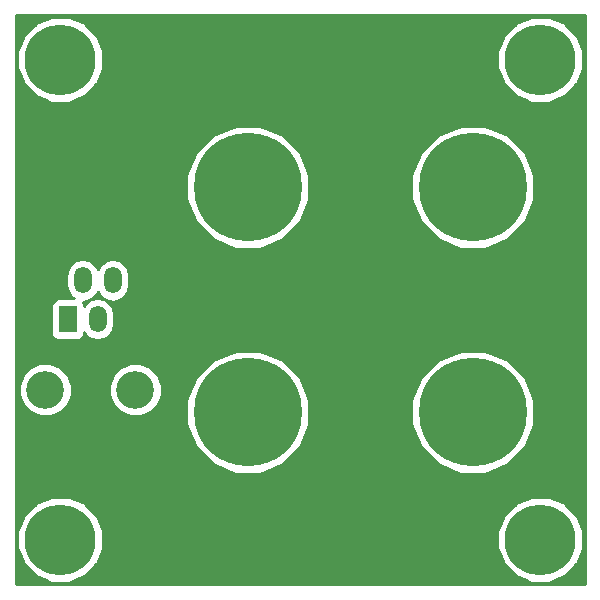
<source format=gbl>
G04 (created by PCBNEW (2013-07-07 BZR 4022)-stable) date 6/30/2014 1:32:32 AM*
%MOIN*%
G04 Gerber Fmt 3.4, Leading zero omitted, Abs format*
%FSLAX34Y34*%
G01*
G70*
G90*
G04 APERTURE LIST*
%ADD10C,0.00590551*%
%ADD11C,0.36*%
%ADD12O,0.059X0.0885*%
%ADD13R,0.059X0.0885*%
%ADD14C,0.125984*%
%ADD15C,0.23622*%
%ADD16C,0.01*%
G04 APERTURE END LIST*
G54D10*
G54D11*
X73000Y-40750D03*
X80500Y-40750D03*
X80500Y-48250D03*
X73000Y-48250D03*
G54D12*
X67500Y-43852D03*
X68500Y-43852D03*
G54D13*
X67000Y-45147D03*
G54D12*
X68000Y-45147D03*
G54D14*
X69248Y-47500D03*
X66248Y-47500D03*
G54D15*
X82750Y-52500D03*
X82750Y-36500D03*
X66750Y-52500D03*
X66750Y-36500D03*
G54D10*
G36*
X84230Y-53980D02*
X84182Y-53980D01*
X84182Y-52222D01*
X84182Y-36222D01*
X84181Y-36219D01*
X84181Y-36216D01*
X84073Y-35956D01*
X83967Y-35695D01*
X83963Y-35690D01*
X83963Y-35690D01*
X83963Y-35690D01*
X83959Y-35683D01*
X83950Y-35677D01*
X83570Y-35296D01*
X83566Y-35290D01*
X83563Y-35289D01*
X83561Y-35287D01*
X83301Y-35179D01*
X83041Y-35070D01*
X83038Y-35070D01*
X83035Y-35069D01*
X82754Y-35068D01*
X82472Y-35067D01*
X82469Y-35068D01*
X82466Y-35068D01*
X82206Y-35176D01*
X81945Y-35282D01*
X81940Y-35286D01*
X81940Y-35286D01*
X81940Y-35286D01*
X81933Y-35290D01*
X81927Y-35299D01*
X81546Y-35679D01*
X81540Y-35683D01*
X81539Y-35686D01*
X81537Y-35688D01*
X81429Y-35948D01*
X81320Y-36208D01*
X81320Y-36211D01*
X81319Y-36214D01*
X81318Y-36495D01*
X81317Y-36777D01*
X81318Y-36780D01*
X81318Y-36783D01*
X81426Y-37043D01*
X81532Y-37304D01*
X81536Y-37309D01*
X81536Y-37309D01*
X81536Y-37309D01*
X81540Y-37316D01*
X81549Y-37322D01*
X81929Y-37703D01*
X81933Y-37709D01*
X81936Y-37710D01*
X81938Y-37712D01*
X82198Y-37820D01*
X82458Y-37929D01*
X82461Y-37929D01*
X82464Y-37930D01*
X82745Y-37931D01*
X83027Y-37932D01*
X83030Y-37931D01*
X83033Y-37931D01*
X83293Y-37823D01*
X83554Y-37717D01*
X83559Y-37713D01*
X83559Y-37713D01*
X83559Y-37713D01*
X83566Y-37709D01*
X83572Y-37700D01*
X83953Y-37320D01*
X83959Y-37316D01*
X83960Y-37313D01*
X83962Y-37311D01*
X84070Y-37051D01*
X84179Y-36791D01*
X84179Y-36788D01*
X84180Y-36785D01*
X84181Y-36504D01*
X84182Y-36222D01*
X84182Y-52222D01*
X84181Y-52219D01*
X84181Y-52216D01*
X84073Y-51956D01*
X83967Y-51695D01*
X83963Y-51690D01*
X83963Y-51690D01*
X83963Y-51690D01*
X83959Y-51683D01*
X83950Y-51677D01*
X83570Y-51296D01*
X83566Y-51290D01*
X83563Y-51289D01*
X83561Y-51287D01*
X83301Y-51179D01*
X83041Y-51070D01*
X83038Y-51070D01*
X83035Y-51069D01*
X82754Y-51068D01*
X82550Y-51067D01*
X82550Y-47844D01*
X82550Y-40344D01*
X82238Y-39590D01*
X81662Y-39013D01*
X80909Y-38700D01*
X80094Y-38699D01*
X79340Y-39011D01*
X78763Y-39587D01*
X78450Y-40340D01*
X78449Y-41155D01*
X78761Y-41909D01*
X79337Y-42486D01*
X80090Y-42799D01*
X80905Y-42800D01*
X81659Y-42488D01*
X82236Y-41912D01*
X82549Y-41159D01*
X82550Y-40344D01*
X82550Y-47844D01*
X82238Y-47090D01*
X81662Y-46513D01*
X80909Y-46200D01*
X80094Y-46199D01*
X79340Y-46511D01*
X78763Y-47087D01*
X78450Y-47840D01*
X78449Y-48655D01*
X78761Y-49409D01*
X79337Y-49986D01*
X80090Y-50299D01*
X80905Y-50300D01*
X81659Y-49988D01*
X82236Y-49412D01*
X82549Y-48659D01*
X82550Y-47844D01*
X82550Y-51067D01*
X82472Y-51067D01*
X82469Y-51068D01*
X82466Y-51068D01*
X82206Y-51176D01*
X81945Y-51282D01*
X81940Y-51286D01*
X81940Y-51286D01*
X81940Y-51286D01*
X81933Y-51290D01*
X81927Y-51299D01*
X81546Y-51679D01*
X81540Y-51683D01*
X81539Y-51686D01*
X81537Y-51688D01*
X81429Y-51948D01*
X81320Y-52208D01*
X81320Y-52211D01*
X81319Y-52214D01*
X81318Y-52495D01*
X81317Y-52777D01*
X81318Y-52780D01*
X81318Y-52783D01*
X81426Y-53043D01*
X81532Y-53304D01*
X81536Y-53309D01*
X81536Y-53309D01*
X81536Y-53309D01*
X81540Y-53316D01*
X81549Y-53322D01*
X81929Y-53703D01*
X81933Y-53709D01*
X81936Y-53710D01*
X81938Y-53712D01*
X82198Y-53820D01*
X82458Y-53929D01*
X82461Y-53929D01*
X82464Y-53930D01*
X82745Y-53931D01*
X83027Y-53932D01*
X83030Y-53931D01*
X83033Y-53931D01*
X83293Y-53823D01*
X83554Y-53717D01*
X83559Y-53713D01*
X83559Y-53713D01*
X83559Y-53713D01*
X83566Y-53709D01*
X83572Y-53700D01*
X83953Y-53320D01*
X83959Y-53316D01*
X83960Y-53313D01*
X83962Y-53311D01*
X84070Y-53051D01*
X84179Y-52791D01*
X84179Y-52788D01*
X84180Y-52785D01*
X84181Y-52504D01*
X84182Y-52222D01*
X84182Y-53980D01*
X75050Y-53980D01*
X75050Y-47844D01*
X75050Y-40344D01*
X74738Y-39590D01*
X74162Y-39013D01*
X73409Y-38700D01*
X72594Y-38699D01*
X71840Y-39011D01*
X71263Y-39587D01*
X70950Y-40340D01*
X70949Y-41155D01*
X71261Y-41909D01*
X71837Y-42486D01*
X72590Y-42799D01*
X73405Y-42800D01*
X74159Y-42488D01*
X74736Y-41912D01*
X75049Y-41159D01*
X75050Y-40344D01*
X75050Y-47844D01*
X74738Y-47090D01*
X74162Y-46513D01*
X73409Y-46200D01*
X72594Y-46199D01*
X71840Y-46511D01*
X71263Y-47087D01*
X70950Y-47840D01*
X70949Y-48655D01*
X71261Y-49409D01*
X71837Y-49986D01*
X72590Y-50299D01*
X73405Y-50300D01*
X74159Y-49988D01*
X74736Y-49412D01*
X75049Y-48659D01*
X75050Y-47844D01*
X75050Y-53980D01*
X70130Y-53980D01*
X70130Y-47660D01*
X70127Y-47493D01*
X70128Y-47325D01*
X70125Y-47318D01*
X70124Y-47310D01*
X70002Y-47013D01*
X69998Y-47012D01*
X69994Y-47002D01*
X69747Y-46754D01*
X69736Y-46749D01*
X69734Y-46745D01*
X69578Y-46684D01*
X69423Y-46620D01*
X69415Y-46620D01*
X69408Y-46617D01*
X69241Y-46620D01*
X69073Y-46619D01*
X69066Y-46622D01*
X69058Y-46623D01*
X69045Y-46628D01*
X69045Y-44013D01*
X69045Y-43691D01*
X69003Y-43482D01*
X68885Y-43306D01*
X68708Y-43187D01*
X68500Y-43146D01*
X68291Y-43187D01*
X68182Y-43260D01*
X68182Y-36222D01*
X68181Y-36219D01*
X68181Y-36216D01*
X68073Y-35956D01*
X67967Y-35695D01*
X67963Y-35690D01*
X67963Y-35690D01*
X67963Y-35690D01*
X67959Y-35683D01*
X67950Y-35677D01*
X67570Y-35296D01*
X67566Y-35290D01*
X67563Y-35289D01*
X67561Y-35287D01*
X67301Y-35179D01*
X67041Y-35070D01*
X67038Y-35070D01*
X67035Y-35069D01*
X66754Y-35068D01*
X66472Y-35067D01*
X66469Y-35068D01*
X66466Y-35068D01*
X66206Y-35176D01*
X65945Y-35282D01*
X65940Y-35286D01*
X65940Y-35286D01*
X65940Y-35286D01*
X65933Y-35290D01*
X65927Y-35299D01*
X65546Y-35679D01*
X65540Y-35683D01*
X65539Y-35686D01*
X65537Y-35688D01*
X65429Y-35948D01*
X65320Y-36208D01*
X65320Y-36211D01*
X65319Y-36214D01*
X65318Y-36495D01*
X65317Y-36777D01*
X65318Y-36780D01*
X65318Y-36783D01*
X65426Y-37043D01*
X65532Y-37304D01*
X65536Y-37309D01*
X65536Y-37309D01*
X65536Y-37309D01*
X65540Y-37316D01*
X65549Y-37322D01*
X65929Y-37703D01*
X65933Y-37709D01*
X65936Y-37710D01*
X65938Y-37712D01*
X66198Y-37820D01*
X66458Y-37929D01*
X66461Y-37929D01*
X66464Y-37930D01*
X66745Y-37931D01*
X67027Y-37932D01*
X67030Y-37931D01*
X67033Y-37931D01*
X67293Y-37823D01*
X67554Y-37717D01*
X67559Y-37713D01*
X67559Y-37713D01*
X67559Y-37713D01*
X67566Y-37709D01*
X67572Y-37700D01*
X67953Y-37320D01*
X67959Y-37316D01*
X67960Y-37313D01*
X67962Y-37311D01*
X68070Y-37051D01*
X68179Y-36791D01*
X68179Y-36788D01*
X68180Y-36785D01*
X68181Y-36504D01*
X68182Y-36222D01*
X68182Y-43260D01*
X68114Y-43306D01*
X68000Y-43477D01*
X67885Y-43306D01*
X67708Y-43187D01*
X67500Y-43146D01*
X67291Y-43187D01*
X67114Y-43306D01*
X66996Y-43482D01*
X66955Y-43691D01*
X66955Y-44013D01*
X66996Y-44222D01*
X67114Y-44398D01*
X67198Y-44454D01*
X66655Y-44454D01*
X66563Y-44492D01*
X66493Y-44563D01*
X66455Y-44655D01*
X66454Y-44754D01*
X66454Y-45639D01*
X66492Y-45731D01*
X66563Y-45801D01*
X66655Y-45839D01*
X66754Y-45840D01*
X67344Y-45840D01*
X67436Y-45802D01*
X67506Y-45731D01*
X67544Y-45639D01*
X67545Y-45589D01*
X67614Y-45693D01*
X67791Y-45812D01*
X68000Y-45853D01*
X68208Y-45812D01*
X68385Y-45693D01*
X68503Y-45517D01*
X68545Y-45308D01*
X68545Y-44986D01*
X68503Y-44777D01*
X68385Y-44601D01*
X68208Y-44482D01*
X68000Y-44441D01*
X67791Y-44482D01*
X67614Y-44601D01*
X67545Y-44705D01*
X67545Y-44655D01*
X67507Y-44563D01*
X67501Y-44558D01*
X67708Y-44517D01*
X67885Y-44398D01*
X68000Y-44227D01*
X68114Y-44398D01*
X68291Y-44517D01*
X68500Y-44558D01*
X68708Y-44517D01*
X68885Y-44398D01*
X69003Y-44222D01*
X69045Y-44013D01*
X69045Y-46628D01*
X68761Y-46745D01*
X68760Y-46749D01*
X68750Y-46753D01*
X68502Y-47000D01*
X68497Y-47011D01*
X68493Y-47013D01*
X68432Y-47169D01*
X68368Y-47324D01*
X68368Y-47332D01*
X68365Y-47339D01*
X68368Y-47506D01*
X68367Y-47674D01*
X68370Y-47681D01*
X68371Y-47689D01*
X68493Y-47986D01*
X68497Y-47987D01*
X68501Y-47997D01*
X68748Y-48245D01*
X68759Y-48250D01*
X68761Y-48254D01*
X68917Y-48315D01*
X69072Y-48379D01*
X69080Y-48379D01*
X69087Y-48382D01*
X69254Y-48379D01*
X69422Y-48380D01*
X69429Y-48377D01*
X69437Y-48376D01*
X69734Y-48254D01*
X69735Y-48250D01*
X69745Y-48246D01*
X69993Y-47999D01*
X69998Y-47988D01*
X70002Y-47986D01*
X70063Y-47830D01*
X70127Y-47675D01*
X70127Y-47667D01*
X70130Y-47660D01*
X70130Y-53980D01*
X68182Y-53980D01*
X68182Y-52222D01*
X68181Y-52219D01*
X68181Y-52216D01*
X68073Y-51956D01*
X67967Y-51695D01*
X67963Y-51690D01*
X67963Y-51690D01*
X67963Y-51690D01*
X67959Y-51683D01*
X67950Y-51677D01*
X67570Y-51296D01*
X67566Y-51290D01*
X67563Y-51289D01*
X67561Y-51287D01*
X67301Y-51179D01*
X67130Y-51107D01*
X67130Y-47660D01*
X67127Y-47493D01*
X67128Y-47325D01*
X67125Y-47318D01*
X67124Y-47310D01*
X67002Y-47013D01*
X66998Y-47012D01*
X66994Y-47002D01*
X66747Y-46754D01*
X66736Y-46749D01*
X66734Y-46745D01*
X66578Y-46684D01*
X66423Y-46620D01*
X66415Y-46620D01*
X66408Y-46617D01*
X66241Y-46620D01*
X66073Y-46619D01*
X66066Y-46622D01*
X66058Y-46623D01*
X65761Y-46745D01*
X65760Y-46749D01*
X65750Y-46753D01*
X65502Y-47000D01*
X65497Y-47011D01*
X65493Y-47013D01*
X65432Y-47169D01*
X65368Y-47324D01*
X65368Y-47332D01*
X65365Y-47339D01*
X65368Y-47506D01*
X65367Y-47674D01*
X65370Y-47681D01*
X65371Y-47689D01*
X65493Y-47986D01*
X65497Y-47987D01*
X65501Y-47997D01*
X65748Y-48245D01*
X65759Y-48250D01*
X65761Y-48254D01*
X65917Y-48315D01*
X66072Y-48379D01*
X66080Y-48379D01*
X66087Y-48382D01*
X66254Y-48379D01*
X66422Y-48380D01*
X66429Y-48377D01*
X66437Y-48376D01*
X66734Y-48254D01*
X66735Y-48250D01*
X66745Y-48246D01*
X66993Y-47999D01*
X66998Y-47988D01*
X67002Y-47986D01*
X67063Y-47830D01*
X67127Y-47675D01*
X67127Y-47667D01*
X67130Y-47660D01*
X67130Y-51107D01*
X67041Y-51070D01*
X67038Y-51070D01*
X67035Y-51069D01*
X66754Y-51068D01*
X66472Y-51067D01*
X66469Y-51068D01*
X66466Y-51068D01*
X66206Y-51176D01*
X65945Y-51282D01*
X65940Y-51286D01*
X65940Y-51286D01*
X65940Y-51286D01*
X65933Y-51290D01*
X65927Y-51299D01*
X65546Y-51679D01*
X65540Y-51683D01*
X65539Y-51686D01*
X65537Y-51688D01*
X65429Y-51948D01*
X65320Y-52208D01*
X65320Y-52211D01*
X65319Y-52214D01*
X65318Y-52495D01*
X65317Y-52777D01*
X65318Y-52780D01*
X65318Y-52783D01*
X65426Y-53043D01*
X65532Y-53304D01*
X65536Y-53309D01*
X65536Y-53309D01*
X65536Y-53309D01*
X65540Y-53316D01*
X65549Y-53322D01*
X65929Y-53703D01*
X65933Y-53709D01*
X65936Y-53710D01*
X65938Y-53712D01*
X66198Y-53820D01*
X66458Y-53929D01*
X66461Y-53929D01*
X66464Y-53930D01*
X66745Y-53931D01*
X67027Y-53932D01*
X67030Y-53931D01*
X67033Y-53931D01*
X67293Y-53823D01*
X67554Y-53717D01*
X67559Y-53713D01*
X67559Y-53713D01*
X67559Y-53713D01*
X67566Y-53709D01*
X67572Y-53700D01*
X67953Y-53320D01*
X67959Y-53316D01*
X67960Y-53313D01*
X67962Y-53311D01*
X68070Y-53051D01*
X68179Y-52791D01*
X68179Y-52788D01*
X68180Y-52785D01*
X68181Y-52504D01*
X68182Y-52222D01*
X68182Y-53980D01*
X65269Y-53980D01*
X65269Y-35019D01*
X84230Y-35019D01*
X84230Y-53980D01*
X84230Y-53980D01*
G37*
G54D16*
X84230Y-53980D02*
X84182Y-53980D01*
X84182Y-52222D01*
X84182Y-36222D01*
X84181Y-36219D01*
X84181Y-36216D01*
X84073Y-35956D01*
X83967Y-35695D01*
X83963Y-35690D01*
X83963Y-35690D01*
X83963Y-35690D01*
X83959Y-35683D01*
X83950Y-35677D01*
X83570Y-35296D01*
X83566Y-35290D01*
X83563Y-35289D01*
X83561Y-35287D01*
X83301Y-35179D01*
X83041Y-35070D01*
X83038Y-35070D01*
X83035Y-35069D01*
X82754Y-35068D01*
X82472Y-35067D01*
X82469Y-35068D01*
X82466Y-35068D01*
X82206Y-35176D01*
X81945Y-35282D01*
X81940Y-35286D01*
X81940Y-35286D01*
X81940Y-35286D01*
X81933Y-35290D01*
X81927Y-35299D01*
X81546Y-35679D01*
X81540Y-35683D01*
X81539Y-35686D01*
X81537Y-35688D01*
X81429Y-35948D01*
X81320Y-36208D01*
X81320Y-36211D01*
X81319Y-36214D01*
X81318Y-36495D01*
X81317Y-36777D01*
X81318Y-36780D01*
X81318Y-36783D01*
X81426Y-37043D01*
X81532Y-37304D01*
X81536Y-37309D01*
X81536Y-37309D01*
X81536Y-37309D01*
X81540Y-37316D01*
X81549Y-37322D01*
X81929Y-37703D01*
X81933Y-37709D01*
X81936Y-37710D01*
X81938Y-37712D01*
X82198Y-37820D01*
X82458Y-37929D01*
X82461Y-37929D01*
X82464Y-37930D01*
X82745Y-37931D01*
X83027Y-37932D01*
X83030Y-37931D01*
X83033Y-37931D01*
X83293Y-37823D01*
X83554Y-37717D01*
X83559Y-37713D01*
X83559Y-37713D01*
X83559Y-37713D01*
X83566Y-37709D01*
X83572Y-37700D01*
X83953Y-37320D01*
X83959Y-37316D01*
X83960Y-37313D01*
X83962Y-37311D01*
X84070Y-37051D01*
X84179Y-36791D01*
X84179Y-36788D01*
X84180Y-36785D01*
X84181Y-36504D01*
X84182Y-36222D01*
X84182Y-52222D01*
X84181Y-52219D01*
X84181Y-52216D01*
X84073Y-51956D01*
X83967Y-51695D01*
X83963Y-51690D01*
X83963Y-51690D01*
X83963Y-51690D01*
X83959Y-51683D01*
X83950Y-51677D01*
X83570Y-51296D01*
X83566Y-51290D01*
X83563Y-51289D01*
X83561Y-51287D01*
X83301Y-51179D01*
X83041Y-51070D01*
X83038Y-51070D01*
X83035Y-51069D01*
X82754Y-51068D01*
X82550Y-51067D01*
X82550Y-47844D01*
X82550Y-40344D01*
X82238Y-39590D01*
X81662Y-39013D01*
X80909Y-38700D01*
X80094Y-38699D01*
X79340Y-39011D01*
X78763Y-39587D01*
X78450Y-40340D01*
X78449Y-41155D01*
X78761Y-41909D01*
X79337Y-42486D01*
X80090Y-42799D01*
X80905Y-42800D01*
X81659Y-42488D01*
X82236Y-41912D01*
X82549Y-41159D01*
X82550Y-40344D01*
X82550Y-47844D01*
X82238Y-47090D01*
X81662Y-46513D01*
X80909Y-46200D01*
X80094Y-46199D01*
X79340Y-46511D01*
X78763Y-47087D01*
X78450Y-47840D01*
X78449Y-48655D01*
X78761Y-49409D01*
X79337Y-49986D01*
X80090Y-50299D01*
X80905Y-50300D01*
X81659Y-49988D01*
X82236Y-49412D01*
X82549Y-48659D01*
X82550Y-47844D01*
X82550Y-51067D01*
X82472Y-51067D01*
X82469Y-51068D01*
X82466Y-51068D01*
X82206Y-51176D01*
X81945Y-51282D01*
X81940Y-51286D01*
X81940Y-51286D01*
X81940Y-51286D01*
X81933Y-51290D01*
X81927Y-51299D01*
X81546Y-51679D01*
X81540Y-51683D01*
X81539Y-51686D01*
X81537Y-51688D01*
X81429Y-51948D01*
X81320Y-52208D01*
X81320Y-52211D01*
X81319Y-52214D01*
X81318Y-52495D01*
X81317Y-52777D01*
X81318Y-52780D01*
X81318Y-52783D01*
X81426Y-53043D01*
X81532Y-53304D01*
X81536Y-53309D01*
X81536Y-53309D01*
X81536Y-53309D01*
X81540Y-53316D01*
X81549Y-53322D01*
X81929Y-53703D01*
X81933Y-53709D01*
X81936Y-53710D01*
X81938Y-53712D01*
X82198Y-53820D01*
X82458Y-53929D01*
X82461Y-53929D01*
X82464Y-53930D01*
X82745Y-53931D01*
X83027Y-53932D01*
X83030Y-53931D01*
X83033Y-53931D01*
X83293Y-53823D01*
X83554Y-53717D01*
X83559Y-53713D01*
X83559Y-53713D01*
X83559Y-53713D01*
X83566Y-53709D01*
X83572Y-53700D01*
X83953Y-53320D01*
X83959Y-53316D01*
X83960Y-53313D01*
X83962Y-53311D01*
X84070Y-53051D01*
X84179Y-52791D01*
X84179Y-52788D01*
X84180Y-52785D01*
X84181Y-52504D01*
X84182Y-52222D01*
X84182Y-53980D01*
X75050Y-53980D01*
X75050Y-47844D01*
X75050Y-40344D01*
X74738Y-39590D01*
X74162Y-39013D01*
X73409Y-38700D01*
X72594Y-38699D01*
X71840Y-39011D01*
X71263Y-39587D01*
X70950Y-40340D01*
X70949Y-41155D01*
X71261Y-41909D01*
X71837Y-42486D01*
X72590Y-42799D01*
X73405Y-42800D01*
X74159Y-42488D01*
X74736Y-41912D01*
X75049Y-41159D01*
X75050Y-40344D01*
X75050Y-47844D01*
X74738Y-47090D01*
X74162Y-46513D01*
X73409Y-46200D01*
X72594Y-46199D01*
X71840Y-46511D01*
X71263Y-47087D01*
X70950Y-47840D01*
X70949Y-48655D01*
X71261Y-49409D01*
X71837Y-49986D01*
X72590Y-50299D01*
X73405Y-50300D01*
X74159Y-49988D01*
X74736Y-49412D01*
X75049Y-48659D01*
X75050Y-47844D01*
X75050Y-53980D01*
X70130Y-53980D01*
X70130Y-47660D01*
X70127Y-47493D01*
X70128Y-47325D01*
X70125Y-47318D01*
X70124Y-47310D01*
X70002Y-47013D01*
X69998Y-47012D01*
X69994Y-47002D01*
X69747Y-46754D01*
X69736Y-46749D01*
X69734Y-46745D01*
X69578Y-46684D01*
X69423Y-46620D01*
X69415Y-46620D01*
X69408Y-46617D01*
X69241Y-46620D01*
X69073Y-46619D01*
X69066Y-46622D01*
X69058Y-46623D01*
X69045Y-46628D01*
X69045Y-44013D01*
X69045Y-43691D01*
X69003Y-43482D01*
X68885Y-43306D01*
X68708Y-43187D01*
X68500Y-43146D01*
X68291Y-43187D01*
X68182Y-43260D01*
X68182Y-36222D01*
X68181Y-36219D01*
X68181Y-36216D01*
X68073Y-35956D01*
X67967Y-35695D01*
X67963Y-35690D01*
X67963Y-35690D01*
X67963Y-35690D01*
X67959Y-35683D01*
X67950Y-35677D01*
X67570Y-35296D01*
X67566Y-35290D01*
X67563Y-35289D01*
X67561Y-35287D01*
X67301Y-35179D01*
X67041Y-35070D01*
X67038Y-35070D01*
X67035Y-35069D01*
X66754Y-35068D01*
X66472Y-35067D01*
X66469Y-35068D01*
X66466Y-35068D01*
X66206Y-35176D01*
X65945Y-35282D01*
X65940Y-35286D01*
X65940Y-35286D01*
X65940Y-35286D01*
X65933Y-35290D01*
X65927Y-35299D01*
X65546Y-35679D01*
X65540Y-35683D01*
X65539Y-35686D01*
X65537Y-35688D01*
X65429Y-35948D01*
X65320Y-36208D01*
X65320Y-36211D01*
X65319Y-36214D01*
X65318Y-36495D01*
X65317Y-36777D01*
X65318Y-36780D01*
X65318Y-36783D01*
X65426Y-37043D01*
X65532Y-37304D01*
X65536Y-37309D01*
X65536Y-37309D01*
X65536Y-37309D01*
X65540Y-37316D01*
X65549Y-37322D01*
X65929Y-37703D01*
X65933Y-37709D01*
X65936Y-37710D01*
X65938Y-37712D01*
X66198Y-37820D01*
X66458Y-37929D01*
X66461Y-37929D01*
X66464Y-37930D01*
X66745Y-37931D01*
X67027Y-37932D01*
X67030Y-37931D01*
X67033Y-37931D01*
X67293Y-37823D01*
X67554Y-37717D01*
X67559Y-37713D01*
X67559Y-37713D01*
X67559Y-37713D01*
X67566Y-37709D01*
X67572Y-37700D01*
X67953Y-37320D01*
X67959Y-37316D01*
X67960Y-37313D01*
X67962Y-37311D01*
X68070Y-37051D01*
X68179Y-36791D01*
X68179Y-36788D01*
X68180Y-36785D01*
X68181Y-36504D01*
X68182Y-36222D01*
X68182Y-43260D01*
X68114Y-43306D01*
X68000Y-43477D01*
X67885Y-43306D01*
X67708Y-43187D01*
X67500Y-43146D01*
X67291Y-43187D01*
X67114Y-43306D01*
X66996Y-43482D01*
X66955Y-43691D01*
X66955Y-44013D01*
X66996Y-44222D01*
X67114Y-44398D01*
X67198Y-44454D01*
X66655Y-44454D01*
X66563Y-44492D01*
X66493Y-44563D01*
X66455Y-44655D01*
X66454Y-44754D01*
X66454Y-45639D01*
X66492Y-45731D01*
X66563Y-45801D01*
X66655Y-45839D01*
X66754Y-45840D01*
X67344Y-45840D01*
X67436Y-45802D01*
X67506Y-45731D01*
X67544Y-45639D01*
X67545Y-45589D01*
X67614Y-45693D01*
X67791Y-45812D01*
X68000Y-45853D01*
X68208Y-45812D01*
X68385Y-45693D01*
X68503Y-45517D01*
X68545Y-45308D01*
X68545Y-44986D01*
X68503Y-44777D01*
X68385Y-44601D01*
X68208Y-44482D01*
X68000Y-44441D01*
X67791Y-44482D01*
X67614Y-44601D01*
X67545Y-44705D01*
X67545Y-44655D01*
X67507Y-44563D01*
X67501Y-44558D01*
X67708Y-44517D01*
X67885Y-44398D01*
X68000Y-44227D01*
X68114Y-44398D01*
X68291Y-44517D01*
X68500Y-44558D01*
X68708Y-44517D01*
X68885Y-44398D01*
X69003Y-44222D01*
X69045Y-44013D01*
X69045Y-46628D01*
X68761Y-46745D01*
X68760Y-46749D01*
X68750Y-46753D01*
X68502Y-47000D01*
X68497Y-47011D01*
X68493Y-47013D01*
X68432Y-47169D01*
X68368Y-47324D01*
X68368Y-47332D01*
X68365Y-47339D01*
X68368Y-47506D01*
X68367Y-47674D01*
X68370Y-47681D01*
X68371Y-47689D01*
X68493Y-47986D01*
X68497Y-47987D01*
X68501Y-47997D01*
X68748Y-48245D01*
X68759Y-48250D01*
X68761Y-48254D01*
X68917Y-48315D01*
X69072Y-48379D01*
X69080Y-48379D01*
X69087Y-48382D01*
X69254Y-48379D01*
X69422Y-48380D01*
X69429Y-48377D01*
X69437Y-48376D01*
X69734Y-48254D01*
X69735Y-48250D01*
X69745Y-48246D01*
X69993Y-47999D01*
X69998Y-47988D01*
X70002Y-47986D01*
X70063Y-47830D01*
X70127Y-47675D01*
X70127Y-47667D01*
X70130Y-47660D01*
X70130Y-53980D01*
X68182Y-53980D01*
X68182Y-52222D01*
X68181Y-52219D01*
X68181Y-52216D01*
X68073Y-51956D01*
X67967Y-51695D01*
X67963Y-51690D01*
X67963Y-51690D01*
X67963Y-51690D01*
X67959Y-51683D01*
X67950Y-51677D01*
X67570Y-51296D01*
X67566Y-51290D01*
X67563Y-51289D01*
X67561Y-51287D01*
X67301Y-51179D01*
X67130Y-51107D01*
X67130Y-47660D01*
X67127Y-47493D01*
X67128Y-47325D01*
X67125Y-47318D01*
X67124Y-47310D01*
X67002Y-47013D01*
X66998Y-47012D01*
X66994Y-47002D01*
X66747Y-46754D01*
X66736Y-46749D01*
X66734Y-46745D01*
X66578Y-46684D01*
X66423Y-46620D01*
X66415Y-46620D01*
X66408Y-46617D01*
X66241Y-46620D01*
X66073Y-46619D01*
X66066Y-46622D01*
X66058Y-46623D01*
X65761Y-46745D01*
X65760Y-46749D01*
X65750Y-46753D01*
X65502Y-47000D01*
X65497Y-47011D01*
X65493Y-47013D01*
X65432Y-47169D01*
X65368Y-47324D01*
X65368Y-47332D01*
X65365Y-47339D01*
X65368Y-47506D01*
X65367Y-47674D01*
X65370Y-47681D01*
X65371Y-47689D01*
X65493Y-47986D01*
X65497Y-47987D01*
X65501Y-47997D01*
X65748Y-48245D01*
X65759Y-48250D01*
X65761Y-48254D01*
X65917Y-48315D01*
X66072Y-48379D01*
X66080Y-48379D01*
X66087Y-48382D01*
X66254Y-48379D01*
X66422Y-48380D01*
X66429Y-48377D01*
X66437Y-48376D01*
X66734Y-48254D01*
X66735Y-48250D01*
X66745Y-48246D01*
X66993Y-47999D01*
X66998Y-47988D01*
X67002Y-47986D01*
X67063Y-47830D01*
X67127Y-47675D01*
X67127Y-47667D01*
X67130Y-47660D01*
X67130Y-51107D01*
X67041Y-51070D01*
X67038Y-51070D01*
X67035Y-51069D01*
X66754Y-51068D01*
X66472Y-51067D01*
X66469Y-51068D01*
X66466Y-51068D01*
X66206Y-51176D01*
X65945Y-51282D01*
X65940Y-51286D01*
X65940Y-51286D01*
X65940Y-51286D01*
X65933Y-51290D01*
X65927Y-51299D01*
X65546Y-51679D01*
X65540Y-51683D01*
X65539Y-51686D01*
X65537Y-51688D01*
X65429Y-51948D01*
X65320Y-52208D01*
X65320Y-52211D01*
X65319Y-52214D01*
X65318Y-52495D01*
X65317Y-52777D01*
X65318Y-52780D01*
X65318Y-52783D01*
X65426Y-53043D01*
X65532Y-53304D01*
X65536Y-53309D01*
X65536Y-53309D01*
X65536Y-53309D01*
X65540Y-53316D01*
X65549Y-53322D01*
X65929Y-53703D01*
X65933Y-53709D01*
X65936Y-53710D01*
X65938Y-53712D01*
X66198Y-53820D01*
X66458Y-53929D01*
X66461Y-53929D01*
X66464Y-53930D01*
X66745Y-53931D01*
X67027Y-53932D01*
X67030Y-53931D01*
X67033Y-53931D01*
X67293Y-53823D01*
X67554Y-53717D01*
X67559Y-53713D01*
X67559Y-53713D01*
X67559Y-53713D01*
X67566Y-53709D01*
X67572Y-53700D01*
X67953Y-53320D01*
X67959Y-53316D01*
X67960Y-53313D01*
X67962Y-53311D01*
X68070Y-53051D01*
X68179Y-52791D01*
X68179Y-52788D01*
X68180Y-52785D01*
X68181Y-52504D01*
X68182Y-52222D01*
X68182Y-53980D01*
X65269Y-53980D01*
X65269Y-35019D01*
X84230Y-35019D01*
X84230Y-53980D01*
M02*

</source>
